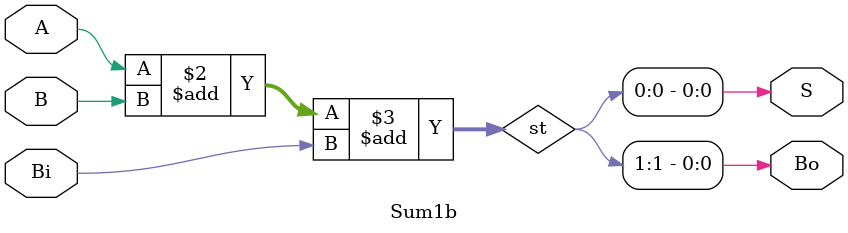
<source format=v>
`timescale 1ns / 1ps

module Sum1b(A, B, Bi, Bo, S);
    input A;
    input B;
    input Bi;
    output Bo;
    output S;
  
	 
	reg [1:0] st;
	assign S = st[0];
	assign Bo = st[1];

	  always @ ( * ) begin// siempre que haya algun cambio dentro de ( * ) se ejecuta
		st  = 	A+B+Bi;
	  end

endmodule
</source>
